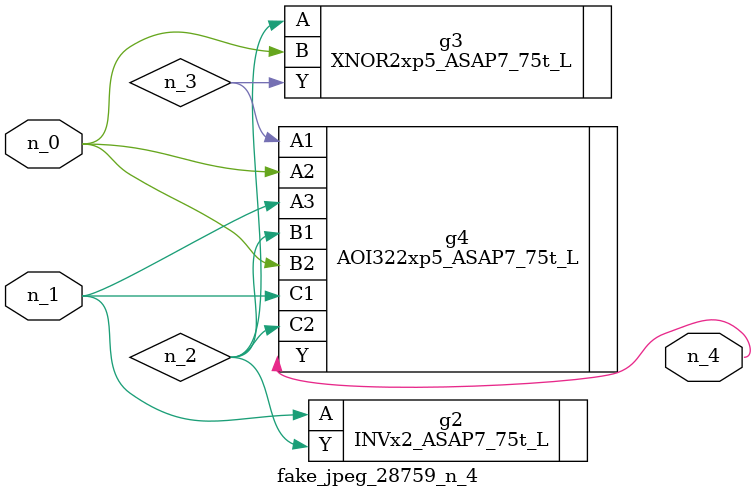
<source format=v>
module fake_jpeg_28759_n_4 (n_0, n_1, n_4);

input n_0;
input n_1;

output n_4;

wire n_3;
wire n_2;

INVx2_ASAP7_75t_L g2 ( 
.A(n_1),
.Y(n_2)
);

XNOR2xp5_ASAP7_75t_L g3 ( 
.A(n_2),
.B(n_0),
.Y(n_3)
);

AOI322xp5_ASAP7_75t_L g4 ( 
.A1(n_3),
.A2(n_0),
.A3(n_1),
.B1(n_2),
.B2(n_0),
.C1(n_1),
.C2(n_2),
.Y(n_4)
);


endmodule
</source>
